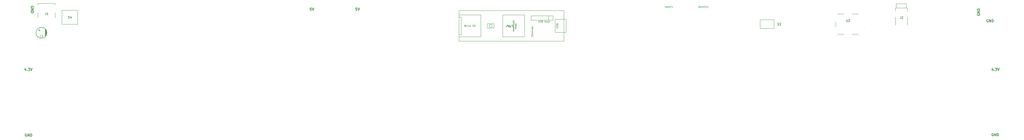
<source format=gbr>
%TF.GenerationSoftware,KiCad,Pcbnew,8.0.6*%
%TF.CreationDate,2025-09-01T21:23:37+02:00*%
%TF.ProjectId,JANKO_KICAD_5,4a414e4b-4f5f-44b4-9943-41445f352e6b,rev?*%
%TF.SameCoordinates,Original*%
%TF.FileFunction,Legend,Top*%
%TF.FilePolarity,Positive*%
%FSLAX46Y46*%
G04 Gerber Fmt 4.6, Leading zero omitted, Abs format (unit mm)*
G04 Created by KiCad (PCBNEW 8.0.6) date 2025-09-01 21:23:37*
%MOMM*%
%LPD*%
G01*
G04 APERTURE LIST*
%ADD10C,0.300000*%
%ADD11C,0.150000*%
%ADD12C,0.254000*%
%ADD13C,0.200000*%
%ADD14C,0.100000*%
%ADD15C,0.000000*%
%ADD16C,3.500000*%
%ADD17R,1.750000X1.750000*%
%ADD18C,1.750000*%
%ADD19C,1.600000*%
%ADD20R,1.600000X1.600000*%
%ADD21C,1.300000*%
%ADD22C,2.050000*%
%ADD23C,2.690000*%
%ADD24R,2.400000X1.300000*%
%ADD25R,4.000000X3.750000*%
%ADD26R,3.200000X2.500000*%
%ADD27C,2.120000*%
%ADD28R,2.800000X2.800000*%
%ADD29C,3.225000*%
%ADD30C,2.800000*%
%ADD31C,3.135000*%
%ADD32C,1.200000*%
%ADD33R,2.500000X2.500000*%
%ADD34C,2.500000*%
%ADD35R,1.635000X1.635000*%
%ADD36C,1.635000*%
%ADD37O,1.200000X2.000000*%
%ADD38O,1.200000X1.800000*%
G04 APERTURE END LIST*
D10*
X561840225Y90627742D02*
X561697368Y90699171D01*
X561697368Y90699171D02*
X561483082Y90699171D01*
X561483082Y90699171D02*
X561268796Y90627742D01*
X561268796Y90627742D02*
X561125939Y90484885D01*
X561125939Y90484885D02*
X561054510Y90342028D01*
X561054510Y90342028D02*
X560983082Y90056314D01*
X560983082Y90056314D02*
X560983082Y89842028D01*
X560983082Y89842028D02*
X561054510Y89556314D01*
X561054510Y89556314D02*
X561125939Y89413457D01*
X561125939Y89413457D02*
X561268796Y89270600D01*
X561268796Y89270600D02*
X561483082Y89199171D01*
X561483082Y89199171D02*
X561625939Y89199171D01*
X561625939Y89199171D02*
X561840225Y89270600D01*
X561840225Y89270600D02*
X561911653Y89342028D01*
X561911653Y89342028D02*
X561911653Y89842028D01*
X561911653Y89842028D02*
X561625939Y89842028D01*
X562554510Y89199171D02*
X562554510Y90699171D01*
X562554510Y90699171D02*
X563411653Y89199171D01*
X563411653Y89199171D02*
X563411653Y90699171D01*
X564125939Y89199171D02*
X564125939Y90699171D01*
X564125939Y90699171D02*
X564483082Y90699171D01*
X564483082Y90699171D02*
X564697368Y90627742D01*
X564697368Y90627742D02*
X564840225Y90484885D01*
X564840225Y90484885D02*
X564911654Y90342028D01*
X564911654Y90342028D02*
X564983082Y90056314D01*
X564983082Y90056314D02*
X564983082Y89842028D01*
X564983082Y89842028D02*
X564911654Y89556314D01*
X564911654Y89556314D02*
X564840225Y89413457D01*
X564840225Y89413457D02*
X564697368Y89270600D01*
X564697368Y89270600D02*
X564483082Y89199171D01*
X564483082Y89199171D02*
X564125939Y89199171D01*
X564840225Y24377742D02*
X564697368Y24449171D01*
X564697368Y24449171D02*
X564483082Y24449171D01*
X564483082Y24449171D02*
X564268796Y24377742D01*
X564268796Y24377742D02*
X564125939Y24234885D01*
X564125939Y24234885D02*
X564054510Y24092028D01*
X564054510Y24092028D02*
X563983082Y23806314D01*
X563983082Y23806314D02*
X563983082Y23592028D01*
X563983082Y23592028D02*
X564054510Y23306314D01*
X564054510Y23306314D02*
X564125939Y23163457D01*
X564125939Y23163457D02*
X564268796Y23020600D01*
X564268796Y23020600D02*
X564483082Y22949171D01*
X564483082Y22949171D02*
X564625939Y22949171D01*
X564625939Y22949171D02*
X564840225Y23020600D01*
X564840225Y23020600D02*
X564911653Y23092028D01*
X564911653Y23092028D02*
X564911653Y23592028D01*
X564911653Y23592028D02*
X564625939Y23592028D01*
X565554510Y22949171D02*
X565554510Y24449171D01*
X565554510Y24449171D02*
X566411653Y22949171D01*
X566411653Y22949171D02*
X566411653Y24449171D01*
X567125939Y22949171D02*
X567125939Y24449171D01*
X567125939Y24449171D02*
X567483082Y24449171D01*
X567483082Y24449171D02*
X567697368Y24377742D01*
X567697368Y24377742D02*
X567840225Y24234885D01*
X567840225Y24234885D02*
X567911654Y24092028D01*
X567911654Y24092028D02*
X567983082Y23806314D01*
X567983082Y23806314D02*
X567983082Y23592028D01*
X567983082Y23592028D02*
X567911654Y23306314D01*
X567911654Y23306314D02*
X567840225Y23163457D01*
X567840225Y23163457D02*
X567697368Y23020600D01*
X567697368Y23020600D02*
X567483082Y22949171D01*
X567483082Y22949171D02*
X567125939Y22949171D01*
X555622257Y93840225D02*
X555550828Y93697368D01*
X555550828Y93697368D02*
X555550828Y93483082D01*
X555550828Y93483082D02*
X555622257Y93268796D01*
X555622257Y93268796D02*
X555765114Y93125939D01*
X555765114Y93125939D02*
X555907971Y93054510D01*
X555907971Y93054510D02*
X556193685Y92983082D01*
X556193685Y92983082D02*
X556407971Y92983082D01*
X556407971Y92983082D02*
X556693685Y93054510D01*
X556693685Y93054510D02*
X556836542Y93125939D01*
X556836542Y93125939D02*
X556979400Y93268796D01*
X556979400Y93268796D02*
X557050828Y93483082D01*
X557050828Y93483082D02*
X557050828Y93625939D01*
X557050828Y93625939D02*
X556979400Y93840225D01*
X556979400Y93840225D02*
X556907971Y93911653D01*
X556907971Y93911653D02*
X556407971Y93911653D01*
X556407971Y93911653D02*
X556407971Y93625939D01*
X557050828Y94554510D02*
X555550828Y94554510D01*
X555550828Y94554510D02*
X557050828Y95411653D01*
X557050828Y95411653D02*
X555550828Y95411653D01*
X557050828Y96125939D02*
X555550828Y96125939D01*
X555550828Y96125939D02*
X555550828Y96483082D01*
X555550828Y96483082D02*
X555622257Y96697368D01*
X555622257Y96697368D02*
X555765114Y96840225D01*
X555765114Y96840225D02*
X555907971Y96911654D01*
X555907971Y96911654D02*
X556193685Y96983082D01*
X556193685Y96983082D02*
X556407971Y96983082D01*
X556407971Y96983082D02*
X556693685Y96911654D01*
X556693685Y96911654D02*
X556836542Y96840225D01*
X556836542Y96840225D02*
X556979400Y96697368D01*
X556979400Y96697368D02*
X557050828Y96483082D01*
X557050828Y96483082D02*
X557050828Y96125939D01*
X195268796Y97449171D02*
X194554510Y97449171D01*
X194554510Y97449171D02*
X194483082Y96734885D01*
X194483082Y96734885D02*
X194554510Y96806314D01*
X194554510Y96806314D02*
X194697368Y96877742D01*
X194697368Y96877742D02*
X195054510Y96877742D01*
X195054510Y96877742D02*
X195197368Y96806314D01*
X195197368Y96806314D02*
X195268796Y96734885D01*
X195268796Y96734885D02*
X195340225Y96592028D01*
X195340225Y96592028D02*
X195340225Y96234885D01*
X195340225Y96234885D02*
X195268796Y96092028D01*
X195268796Y96092028D02*
X195197368Y96020600D01*
X195197368Y96020600D02*
X195054510Y95949171D01*
X195054510Y95949171D02*
X194697368Y95949171D01*
X194697368Y95949171D02*
X194554510Y96020600D01*
X194554510Y96020600D02*
X194483082Y96092028D01*
X195768796Y97449171D02*
X196268796Y95949171D01*
X196268796Y95949171D02*
X196768796Y97449171D01*
X2947368Y61949171D02*
X2947368Y60949171D01*
X2590225Y62520600D02*
X2233082Y61449171D01*
X2233082Y61449171D02*
X3161653Y61449171D01*
X3733081Y61092028D02*
X3804510Y61020600D01*
X3804510Y61020600D02*
X3733081Y60949171D01*
X3733081Y60949171D02*
X3661653Y61020600D01*
X3661653Y61020600D02*
X3733081Y61092028D01*
X3733081Y61092028D02*
X3733081Y60949171D01*
X4304510Y62449171D02*
X5233082Y62449171D01*
X5233082Y62449171D02*
X4733082Y61877742D01*
X4733082Y61877742D02*
X4947367Y61877742D01*
X4947367Y61877742D02*
X5090225Y61806314D01*
X5090225Y61806314D02*
X5161653Y61734885D01*
X5161653Y61734885D02*
X5233082Y61592028D01*
X5233082Y61592028D02*
X5233082Y61234885D01*
X5233082Y61234885D02*
X5161653Y61092028D01*
X5161653Y61092028D02*
X5090225Y61020600D01*
X5090225Y61020600D02*
X4947367Y60949171D01*
X4947367Y60949171D02*
X4518796Y60949171D01*
X4518796Y60949171D02*
X4375939Y61020600D01*
X4375939Y61020600D02*
X4304510Y61092028D01*
X5661653Y62449171D02*
X6161653Y60949171D01*
X6161653Y60949171D02*
X6661653Y62449171D01*
X3340225Y24127742D02*
X3197368Y24199171D01*
X3197368Y24199171D02*
X2983082Y24199171D01*
X2983082Y24199171D02*
X2768796Y24127742D01*
X2768796Y24127742D02*
X2625939Y23984885D01*
X2625939Y23984885D02*
X2554510Y23842028D01*
X2554510Y23842028D02*
X2483082Y23556314D01*
X2483082Y23556314D02*
X2483082Y23342028D01*
X2483082Y23342028D02*
X2554510Y23056314D01*
X2554510Y23056314D02*
X2625939Y22913457D01*
X2625939Y22913457D02*
X2768796Y22770600D01*
X2768796Y22770600D02*
X2983082Y22699171D01*
X2983082Y22699171D02*
X3125939Y22699171D01*
X3125939Y22699171D02*
X3340225Y22770600D01*
X3340225Y22770600D02*
X3411653Y22842028D01*
X3411653Y22842028D02*
X3411653Y23342028D01*
X3411653Y23342028D02*
X3125939Y23342028D01*
X4054510Y22699171D02*
X4054510Y24199171D01*
X4054510Y24199171D02*
X4911653Y22699171D01*
X4911653Y22699171D02*
X4911653Y24199171D01*
X5625939Y22699171D02*
X5625939Y24199171D01*
X5625939Y24199171D02*
X5983082Y24199171D01*
X5983082Y24199171D02*
X6197368Y24127742D01*
X6197368Y24127742D02*
X6340225Y23984885D01*
X6340225Y23984885D02*
X6411654Y23842028D01*
X6411654Y23842028D02*
X6483082Y23556314D01*
X6483082Y23556314D02*
X6483082Y23342028D01*
X6483082Y23342028D02*
X6411654Y23056314D01*
X6411654Y23056314D02*
X6340225Y22913457D01*
X6340225Y22913457D02*
X6197368Y22770600D01*
X6197368Y22770600D02*
X5983082Y22699171D01*
X5983082Y22699171D02*
X5625939Y22699171D01*
D11*
X393690476Y97545180D02*
X393690476Y98545180D01*
X393690476Y98545180D02*
X393928571Y98545180D01*
X393928571Y98545180D02*
X394071428Y98497561D01*
X394071428Y98497561D02*
X394166666Y98402323D01*
X394166666Y98402323D02*
X394214285Y98307085D01*
X394214285Y98307085D02*
X394261904Y98116609D01*
X394261904Y98116609D02*
X394261904Y97973752D01*
X394261904Y97973752D02*
X394214285Y97783276D01*
X394214285Y97783276D02*
X394166666Y97688038D01*
X394166666Y97688038D02*
X394071428Y97592800D01*
X394071428Y97592800D02*
X393928571Y97545180D01*
X393928571Y97545180D02*
X393690476Y97545180D01*
X394690476Y98068990D02*
X395023809Y98068990D01*
X395166666Y97545180D02*
X394690476Y97545180D01*
X394690476Y97545180D02*
X394690476Y98545180D01*
X394690476Y98545180D02*
X395166666Y98545180D01*
X395452381Y98545180D02*
X395785714Y97545180D01*
X395785714Y97545180D02*
X396119047Y98545180D01*
X396452381Y97545180D02*
X396452381Y98545180D01*
X397499999Y97640419D02*
X397452380Y97592800D01*
X397452380Y97592800D02*
X397309523Y97545180D01*
X397309523Y97545180D02*
X397214285Y97545180D01*
X397214285Y97545180D02*
X397071428Y97592800D01*
X397071428Y97592800D02*
X396976190Y97688038D01*
X396976190Y97688038D02*
X396928571Y97783276D01*
X396928571Y97783276D02*
X396880952Y97973752D01*
X396880952Y97973752D02*
X396880952Y98116609D01*
X396880952Y98116609D02*
X396928571Y98307085D01*
X396928571Y98307085D02*
X396976190Y98402323D01*
X396976190Y98402323D02*
X397071428Y98497561D01*
X397071428Y98497561D02*
X397214285Y98545180D01*
X397214285Y98545180D02*
X397309523Y98545180D01*
X397309523Y98545180D02*
X397452380Y98497561D01*
X397452380Y98497561D02*
X397499999Y98449942D01*
X397928571Y98068990D02*
X398261904Y98068990D01*
X398404761Y97545180D02*
X397928571Y97545180D01*
X397928571Y97545180D02*
X397928571Y98545180D01*
X397928571Y98545180D02*
X398404761Y98545180D01*
X399357142Y97545180D02*
X398785714Y97545180D01*
X399071428Y97545180D02*
X399071428Y98545180D01*
X399071428Y98545180D02*
X398976190Y98402323D01*
X398976190Y98402323D02*
X398880952Y98307085D01*
X398880952Y98307085D02*
X398785714Y98259466D01*
X374357143Y97545180D02*
X374357143Y98545180D01*
X374357143Y98068990D02*
X374928571Y98068990D01*
X374928571Y97545180D02*
X374928571Y98545180D01*
X375595238Y98545180D02*
X375785714Y98545180D01*
X375785714Y98545180D02*
X375880952Y98497561D01*
X375880952Y98497561D02*
X375976190Y98402323D01*
X375976190Y98402323D02*
X376023809Y98211847D01*
X376023809Y98211847D02*
X376023809Y97878514D01*
X376023809Y97878514D02*
X375976190Y97688038D01*
X375976190Y97688038D02*
X375880952Y97592800D01*
X375880952Y97592800D02*
X375785714Y97545180D01*
X375785714Y97545180D02*
X375595238Y97545180D01*
X375595238Y97545180D02*
X375500000Y97592800D01*
X375500000Y97592800D02*
X375404762Y97688038D01*
X375404762Y97688038D02*
X375357143Y97878514D01*
X375357143Y97878514D02*
X375357143Y98211847D01*
X375357143Y98211847D02*
X375404762Y98402323D01*
X375404762Y98402323D02*
X375500000Y98497561D01*
X375500000Y98497561D02*
X375595238Y98545180D01*
X376404762Y97592800D02*
X376547619Y97545180D01*
X376547619Y97545180D02*
X376785714Y97545180D01*
X376785714Y97545180D02*
X376880952Y97592800D01*
X376880952Y97592800D02*
X376928571Y97640419D01*
X376928571Y97640419D02*
X376976190Y97735657D01*
X376976190Y97735657D02*
X376976190Y97830895D01*
X376976190Y97830895D02*
X376928571Y97926133D01*
X376928571Y97926133D02*
X376880952Y97973752D01*
X376880952Y97973752D02*
X376785714Y98021371D01*
X376785714Y98021371D02*
X376595238Y98068990D01*
X376595238Y98068990D02*
X376500000Y98116609D01*
X376500000Y98116609D02*
X376452381Y98164228D01*
X376452381Y98164228D02*
X376404762Y98259466D01*
X376404762Y98259466D02*
X376404762Y98354704D01*
X376404762Y98354704D02*
X376452381Y98449942D01*
X376452381Y98449942D02*
X376500000Y98497561D01*
X376500000Y98497561D02*
X376595238Y98545180D01*
X376595238Y98545180D02*
X376833333Y98545180D01*
X376833333Y98545180D02*
X376976190Y98497561D01*
X377261905Y98545180D02*
X377833333Y98545180D01*
X377547619Y97545180D02*
X377547619Y98545180D01*
X378690476Y97545180D02*
X378119048Y97545180D01*
X378404762Y97545180D02*
X378404762Y98545180D01*
X378404762Y98545180D02*
X378309524Y98402323D01*
X378309524Y98402323D02*
X378214286Y98307085D01*
X378214286Y98307085D02*
X378119048Y98259466D01*
D10*
X168768796Y97449171D02*
X168054510Y97449171D01*
X168054510Y97449171D02*
X167983082Y96734885D01*
X167983082Y96734885D02*
X168054510Y96806314D01*
X168054510Y96806314D02*
X168197368Y96877742D01*
X168197368Y96877742D02*
X168554510Y96877742D01*
X168554510Y96877742D02*
X168697368Y96806314D01*
X168697368Y96806314D02*
X168768796Y96734885D01*
X168768796Y96734885D02*
X168840225Y96592028D01*
X168840225Y96592028D02*
X168840225Y96234885D01*
X168840225Y96234885D02*
X168768796Y96092028D01*
X168768796Y96092028D02*
X168697368Y96020600D01*
X168697368Y96020600D02*
X168554510Y95949171D01*
X168554510Y95949171D02*
X168197368Y95949171D01*
X168197368Y95949171D02*
X168054510Y96020600D01*
X168054510Y96020600D02*
X167983082Y96092028D01*
X169268796Y97449171D02*
X169768796Y95949171D01*
X169768796Y95949171D02*
X170268796Y97449171D01*
X7377742Y97659774D02*
X7449171Y97802632D01*
X7449171Y97802632D02*
X7449171Y98016917D01*
X7449171Y98016917D02*
X7377742Y98231203D01*
X7377742Y98231203D02*
X7234885Y98374060D01*
X7234885Y98374060D02*
X7092028Y98445489D01*
X7092028Y98445489D02*
X6806314Y98516917D01*
X6806314Y98516917D02*
X6592028Y98516917D01*
X6592028Y98516917D02*
X6306314Y98445489D01*
X6306314Y98445489D02*
X6163457Y98374060D01*
X6163457Y98374060D02*
X6020600Y98231203D01*
X6020600Y98231203D02*
X5949171Y98016917D01*
X5949171Y98016917D02*
X5949171Y97874060D01*
X5949171Y97874060D02*
X6020600Y97659774D01*
X6020600Y97659774D02*
X6092028Y97588346D01*
X6092028Y97588346D02*
X6592028Y97588346D01*
X6592028Y97588346D02*
X6592028Y97874060D01*
X5949171Y96945489D02*
X7449171Y96945489D01*
X7449171Y96945489D02*
X5949171Y96088346D01*
X5949171Y96088346D02*
X7449171Y96088346D01*
X5949171Y95374060D02*
X7449171Y95374060D01*
X7449171Y95374060D02*
X7449171Y95016917D01*
X7449171Y95016917D02*
X7377742Y94802631D01*
X7377742Y94802631D02*
X7234885Y94659774D01*
X7234885Y94659774D02*
X7092028Y94588345D01*
X7092028Y94588345D02*
X6806314Y94516917D01*
X6806314Y94516917D02*
X6592028Y94516917D01*
X6592028Y94516917D02*
X6306314Y94588345D01*
X6306314Y94588345D02*
X6163457Y94659774D01*
X6163457Y94659774D02*
X6020600Y94802631D01*
X6020600Y94802631D02*
X5949171Y95016917D01*
X5949171Y95016917D02*
X5949171Y95374060D01*
X564697368Y61949171D02*
X564697368Y60949171D01*
X564340225Y62520600D02*
X563983082Y61449171D01*
X563983082Y61449171D02*
X564911653Y61449171D01*
X565483081Y61092028D02*
X565554510Y61020600D01*
X565554510Y61020600D02*
X565483081Y60949171D01*
X565483081Y60949171D02*
X565411653Y61020600D01*
X565411653Y61020600D02*
X565483081Y61092028D01*
X565483081Y61092028D02*
X565483081Y60949171D01*
X566054510Y62449171D02*
X566983082Y62449171D01*
X566983082Y62449171D02*
X566483082Y61877742D01*
X566483082Y61877742D02*
X566697367Y61877742D01*
X566697367Y61877742D02*
X566840225Y61806314D01*
X566840225Y61806314D02*
X566911653Y61734885D01*
X566911653Y61734885D02*
X566983082Y61592028D01*
X566983082Y61592028D02*
X566983082Y61234885D01*
X566983082Y61234885D02*
X566911653Y61092028D01*
X566911653Y61092028D02*
X566840225Y61020600D01*
X566840225Y61020600D02*
X566697367Y60949171D01*
X566697367Y60949171D02*
X566268796Y60949171D01*
X566268796Y60949171D02*
X566125939Y61020600D01*
X566125939Y61020600D02*
X566054510Y61092028D01*
X567411653Y62449171D02*
X567911653Y60949171D01*
X567911653Y60949171D02*
X568411653Y62449171D01*
D12*
X27532380Y91486158D02*
X27713809Y91425681D01*
X27713809Y91425681D02*
X28016190Y91425681D01*
X28016190Y91425681D02*
X28137142Y91486158D01*
X28137142Y91486158D02*
X28197618Y91546634D01*
X28197618Y91546634D02*
X28258095Y91667586D01*
X28258095Y91667586D02*
X28258095Y91788538D01*
X28258095Y91788538D02*
X28197618Y91909491D01*
X28197618Y91909491D02*
X28137142Y91969967D01*
X28137142Y91969967D02*
X28016190Y92030443D01*
X28016190Y92030443D02*
X27774285Y92090919D01*
X27774285Y92090919D02*
X27653333Y92151396D01*
X27653333Y92151396D02*
X27592856Y92211872D01*
X27592856Y92211872D02*
X27532380Y92332824D01*
X27532380Y92332824D02*
X27532380Y92453777D01*
X27532380Y92453777D02*
X27592856Y92574729D01*
X27592856Y92574729D02*
X27653333Y92635205D01*
X27653333Y92635205D02*
X27774285Y92695681D01*
X27774285Y92695681D02*
X28076666Y92695681D01*
X28076666Y92695681D02*
X28258095Y92635205D01*
X29346666Y92272348D02*
X29346666Y91425681D01*
X29044285Y92756158D02*
X28741904Y91849015D01*
X28741904Y91849015D02*
X29528095Y91849015D01*
D11*
X11833333Y80640419D02*
X11785714Y80592800D01*
X11785714Y80592800D02*
X11642857Y80545180D01*
X11642857Y80545180D02*
X11547619Y80545180D01*
X11547619Y80545180D02*
X11404762Y80592800D01*
X11404762Y80592800D02*
X11309524Y80688038D01*
X11309524Y80688038D02*
X11261905Y80783276D01*
X11261905Y80783276D02*
X11214286Y80973752D01*
X11214286Y80973752D02*
X11214286Y81116609D01*
X11214286Y81116609D02*
X11261905Y81307085D01*
X11261905Y81307085D02*
X11309524Y81402323D01*
X11309524Y81402323D02*
X11404762Y81497561D01*
X11404762Y81497561D02*
X11547619Y81545180D01*
X11547619Y81545180D02*
X11642857Y81545180D01*
X11642857Y81545180D02*
X11785714Y81497561D01*
X11785714Y81497561D02*
X11833333Y81449942D01*
X12166667Y81545180D02*
X12785714Y81545180D01*
X12785714Y81545180D02*
X12452381Y81164228D01*
X12452381Y81164228D02*
X12595238Y81164228D01*
X12595238Y81164228D02*
X12690476Y81116609D01*
X12690476Y81116609D02*
X12738095Y81068990D01*
X12738095Y81068990D02*
X12785714Y80973752D01*
X12785714Y80973752D02*
X12785714Y80735657D01*
X12785714Y80735657D02*
X12738095Y80640419D01*
X12738095Y80640419D02*
X12690476Y80592800D01*
X12690476Y80592800D02*
X12595238Y80545180D01*
X12595238Y80545180D02*
X12309524Y80545180D01*
X12309524Y80545180D02*
X12214286Y80592800D01*
X12214286Y80592800D02*
X12166667Y80640419D01*
X284238095Y87545180D02*
X284238095Y86735657D01*
X284238095Y86735657D02*
X284285714Y86640419D01*
X284285714Y86640419D02*
X284333333Y86592800D01*
X284333333Y86592800D02*
X284428571Y86545180D01*
X284428571Y86545180D02*
X284619047Y86545180D01*
X284619047Y86545180D02*
X284714285Y86592800D01*
X284714285Y86592800D02*
X284761904Y86640419D01*
X284761904Y86640419D02*
X284809523Y86735657D01*
X284809523Y86735657D02*
X284809523Y87545180D01*
X285190476Y87545180D02*
X285809523Y87545180D01*
X285809523Y87545180D02*
X285476190Y87164228D01*
X285476190Y87164228D02*
X285619047Y87164228D01*
X285619047Y87164228D02*
X285714285Y87116609D01*
X285714285Y87116609D02*
X285761904Y87068990D01*
X285761904Y87068990D02*
X285809523Y86973752D01*
X285809523Y86973752D02*
X285809523Y86735657D01*
X285809523Y86735657D02*
X285761904Y86640419D01*
X285761904Y86640419D02*
X285714285Y86592800D01*
X285714285Y86592800D02*
X285619047Y86545180D01*
X285619047Y86545180D02*
X285333333Y86545180D01*
X285333333Y86545180D02*
X285238095Y86592800D01*
X285238095Y86592800D02*
X285190476Y86640419D01*
X311124819Y85738095D02*
X311934342Y85738095D01*
X311934342Y85738095D02*
X312029580Y85785714D01*
X312029580Y85785714D02*
X312077200Y85833333D01*
X312077200Y85833333D02*
X312124819Y85928571D01*
X312124819Y85928571D02*
X312124819Y86119047D01*
X312124819Y86119047D02*
X312077200Y86214285D01*
X312077200Y86214285D02*
X312029580Y86261904D01*
X312029580Y86261904D02*
X311934342Y86309523D01*
X311934342Y86309523D02*
X311124819Y86309523D01*
X312077200Y86738095D02*
X312124819Y86880952D01*
X312124819Y86880952D02*
X312124819Y87119047D01*
X312124819Y87119047D02*
X312077200Y87214285D01*
X312077200Y87214285D02*
X312029580Y87261904D01*
X312029580Y87261904D02*
X311934342Y87309523D01*
X311934342Y87309523D02*
X311839104Y87309523D01*
X311839104Y87309523D02*
X311743866Y87261904D01*
X311743866Y87261904D02*
X311696247Y87214285D01*
X311696247Y87214285D02*
X311648628Y87119047D01*
X311648628Y87119047D02*
X311601009Y86928571D01*
X311601009Y86928571D02*
X311553390Y86833333D01*
X311553390Y86833333D02*
X311505771Y86785714D01*
X311505771Y86785714D02*
X311410533Y86738095D01*
X311410533Y86738095D02*
X311315295Y86738095D01*
X311315295Y86738095D02*
X311220057Y86785714D01*
X311220057Y86785714D02*
X311172438Y86833333D01*
X311172438Y86833333D02*
X311124819Y86928571D01*
X311124819Y86928571D02*
X311124819Y87166666D01*
X311124819Y87166666D02*
X311172438Y87309523D01*
X311601009Y88071428D02*
X311648628Y88214285D01*
X311648628Y88214285D02*
X311696247Y88261904D01*
X311696247Y88261904D02*
X311791485Y88309523D01*
X311791485Y88309523D02*
X311934342Y88309523D01*
X311934342Y88309523D02*
X312029580Y88261904D01*
X312029580Y88261904D02*
X312077200Y88214285D01*
X312077200Y88214285D02*
X312124819Y88119047D01*
X312124819Y88119047D02*
X312124819Y87738095D01*
X312124819Y87738095D02*
X311124819Y87738095D01*
X311124819Y87738095D02*
X311124819Y88071428D01*
X311124819Y88071428D02*
X311172438Y88166666D01*
X311172438Y88166666D02*
X311220057Y88214285D01*
X311220057Y88214285D02*
X311315295Y88261904D01*
X311315295Y88261904D02*
X311410533Y88261904D01*
X311410533Y88261904D02*
X311505771Y88214285D01*
X311505771Y88214285D02*
X311553390Y88166666D01*
X311553390Y88166666D02*
X311601009Y88071428D01*
X311601009Y88071428D02*
X311601009Y87738095D01*
X257750952Y86545180D02*
X257750952Y87545180D01*
X257750952Y87545180D02*
X258084285Y86830895D01*
X258084285Y86830895D02*
X258417618Y87545180D01*
X258417618Y87545180D02*
X258417618Y86545180D01*
X258893809Y86545180D02*
X258893809Y87211847D01*
X258893809Y87545180D02*
X258846190Y87497561D01*
X258846190Y87497561D02*
X258893809Y87449942D01*
X258893809Y87449942D02*
X258941428Y87497561D01*
X258941428Y87497561D02*
X258893809Y87545180D01*
X258893809Y87545180D02*
X258893809Y87449942D01*
X259798570Y86592800D02*
X259703332Y86545180D01*
X259703332Y86545180D02*
X259512856Y86545180D01*
X259512856Y86545180D02*
X259417618Y86592800D01*
X259417618Y86592800D02*
X259369999Y86640419D01*
X259369999Y86640419D02*
X259322380Y86735657D01*
X259322380Y86735657D02*
X259322380Y87021371D01*
X259322380Y87021371D02*
X259369999Y87116609D01*
X259369999Y87116609D02*
X259417618Y87164228D01*
X259417618Y87164228D02*
X259512856Y87211847D01*
X259512856Y87211847D02*
X259703332Y87211847D01*
X259703332Y87211847D02*
X259798570Y87164228D01*
X260227142Y86545180D02*
X260227142Y87211847D01*
X260227142Y87021371D02*
X260274761Y87116609D01*
X260274761Y87116609D02*
X260322380Y87164228D01*
X260322380Y87164228D02*
X260417618Y87211847D01*
X260417618Y87211847D02*
X260512856Y87211847D01*
X260989047Y86545180D02*
X260893809Y86592800D01*
X260893809Y86592800D02*
X260846190Y86640419D01*
X260846190Y86640419D02*
X260798571Y86735657D01*
X260798571Y86735657D02*
X260798571Y87021371D01*
X260798571Y87021371D02*
X260846190Y87116609D01*
X260846190Y87116609D02*
X260893809Y87164228D01*
X260893809Y87164228D02*
X260989047Y87211847D01*
X260989047Y87211847D02*
X261131904Y87211847D01*
X261131904Y87211847D02*
X261227142Y87164228D01*
X261227142Y87164228D02*
X261274761Y87116609D01*
X261274761Y87116609D02*
X261322380Y87021371D01*
X261322380Y87021371D02*
X261322380Y86735657D01*
X261322380Y86735657D02*
X261274761Y86640419D01*
X261274761Y86640419D02*
X261227142Y86592800D01*
X261227142Y86592800D02*
X261131904Y86545180D01*
X261131904Y86545180D02*
X260989047Y86545180D01*
X262465238Y86592800D02*
X262608095Y86545180D01*
X262608095Y86545180D02*
X262846190Y86545180D01*
X262846190Y86545180D02*
X262941428Y86592800D01*
X262941428Y86592800D02*
X262989047Y86640419D01*
X262989047Y86640419D02*
X263036666Y86735657D01*
X263036666Y86735657D02*
X263036666Y86830895D01*
X263036666Y86830895D02*
X262989047Y86926133D01*
X262989047Y86926133D02*
X262941428Y86973752D01*
X262941428Y86973752D02*
X262846190Y87021371D01*
X262846190Y87021371D02*
X262655714Y87068990D01*
X262655714Y87068990D02*
X262560476Y87116609D01*
X262560476Y87116609D02*
X262512857Y87164228D01*
X262512857Y87164228D02*
X262465238Y87259466D01*
X262465238Y87259466D02*
X262465238Y87354704D01*
X262465238Y87354704D02*
X262512857Y87449942D01*
X262512857Y87449942D02*
X262560476Y87497561D01*
X262560476Y87497561D02*
X262655714Y87545180D01*
X262655714Y87545180D02*
X262893809Y87545180D01*
X262893809Y87545180D02*
X263036666Y87497561D01*
X263465238Y86545180D02*
X263465238Y87545180D01*
X263465238Y87545180D02*
X263703333Y87545180D01*
X263703333Y87545180D02*
X263846190Y87497561D01*
X263846190Y87497561D02*
X263941428Y87402323D01*
X263941428Y87402323D02*
X263989047Y87307085D01*
X263989047Y87307085D02*
X264036666Y87116609D01*
X264036666Y87116609D02*
X264036666Y86973752D01*
X264036666Y86973752D02*
X263989047Y86783276D01*
X263989047Y86783276D02*
X263941428Y86688038D01*
X263941428Y86688038D02*
X263846190Y86592800D01*
X263846190Y86592800D02*
X263703333Y86545180D01*
X263703333Y86545180D02*
X263465238Y86545180D01*
X287856033Y85436666D02*
X287156033Y85436666D01*
X287156033Y85436666D02*
X287156033Y85603333D01*
X287156033Y85603333D02*
X287189366Y85703333D01*
X287189366Y85703333D02*
X287256033Y85770000D01*
X287256033Y85770000D02*
X287322700Y85803333D01*
X287322700Y85803333D02*
X287456033Y85836666D01*
X287456033Y85836666D02*
X287556033Y85836666D01*
X287556033Y85836666D02*
X287689366Y85803333D01*
X287689366Y85803333D02*
X287756033Y85770000D01*
X287756033Y85770000D02*
X287822700Y85703333D01*
X287822700Y85703333D02*
X287856033Y85603333D01*
X287856033Y85603333D02*
X287856033Y85436666D01*
X287156033Y86036666D02*
X287856033Y86270000D01*
X287856033Y86270000D02*
X287156033Y86503333D01*
X287156033Y86936666D02*
X287656033Y86936666D01*
X287656033Y86936666D02*
X287756033Y86903333D01*
X287756033Y86903333D02*
X287822700Y86836666D01*
X287822700Y86836666D02*
X287856033Y86736666D01*
X287856033Y86736666D02*
X287856033Y86670000D01*
X287156033Y87569999D02*
X287156033Y87436666D01*
X287156033Y87436666D02*
X287189366Y87369999D01*
X287189366Y87369999D02*
X287222700Y87336666D01*
X287222700Y87336666D02*
X287322700Y87269999D01*
X287322700Y87269999D02*
X287456033Y87236666D01*
X287456033Y87236666D02*
X287722700Y87236666D01*
X287722700Y87236666D02*
X287789366Y87269999D01*
X287789366Y87269999D02*
X287822700Y87303333D01*
X287822700Y87303333D02*
X287856033Y87369999D01*
X287856033Y87369999D02*
X287856033Y87503333D01*
X287856033Y87503333D02*
X287822700Y87569999D01*
X287822700Y87569999D02*
X287789366Y87603333D01*
X287789366Y87603333D02*
X287722700Y87636666D01*
X287722700Y87636666D02*
X287556033Y87636666D01*
X287556033Y87636666D02*
X287489366Y87603333D01*
X287489366Y87603333D02*
X287456033Y87569999D01*
X287456033Y87569999D02*
X287422700Y87503333D01*
X287422700Y87503333D02*
X287422700Y87369999D01*
X287422700Y87369999D02*
X287456033Y87303333D01*
X287456033Y87303333D02*
X287489366Y87269999D01*
X287489366Y87269999D02*
X287556033Y87236666D01*
X287656033Y87903333D02*
X287656033Y88236666D01*
X287856033Y87836666D02*
X287156033Y88070000D01*
X287156033Y88070000D02*
X287856033Y88303333D01*
X296996009Y80866256D02*
X296996009Y81199589D01*
X297519819Y81342446D02*
X297519819Y80866256D01*
X297519819Y80866256D02*
X296519819Y80866256D01*
X296519819Y80866256D02*
X296519819Y81342446D01*
X296853152Y81628161D02*
X296853152Y82009113D01*
X296519819Y81771018D02*
X297376961Y81771018D01*
X297376961Y81771018D02*
X297472200Y81818637D01*
X297472200Y81818637D02*
X297519819Y81913875D01*
X297519819Y81913875D02*
X297519819Y82009113D01*
X297519819Y82342447D02*
X296519819Y82342447D01*
X297519819Y82771018D02*
X296996009Y82771018D01*
X296996009Y82771018D02*
X296900771Y82723399D01*
X296900771Y82723399D02*
X296853152Y82628161D01*
X296853152Y82628161D02*
X296853152Y82485304D01*
X296853152Y82485304D02*
X296900771Y82390066D01*
X296900771Y82390066D02*
X296948390Y82342447D01*
X297472200Y83628161D02*
X297519819Y83532923D01*
X297519819Y83532923D02*
X297519819Y83342447D01*
X297519819Y83342447D02*
X297472200Y83247209D01*
X297472200Y83247209D02*
X297376961Y83199590D01*
X297376961Y83199590D02*
X296996009Y83199590D01*
X296996009Y83199590D02*
X296900771Y83247209D01*
X296900771Y83247209D02*
X296853152Y83342447D01*
X296853152Y83342447D02*
X296853152Y83532923D01*
X296853152Y83532923D02*
X296900771Y83628161D01*
X296900771Y83628161D02*
X296996009Y83675780D01*
X296996009Y83675780D02*
X297091247Y83675780D01*
X297091247Y83675780D02*
X297186485Y83199590D01*
X297519819Y84104352D02*
X296853152Y84104352D01*
X297043628Y84104352D02*
X296948390Y84151971D01*
X296948390Y84151971D02*
X296900771Y84199590D01*
X296900771Y84199590D02*
X296853152Y84294828D01*
X296853152Y84294828D02*
X296853152Y84390066D01*
X296853152Y84723400D02*
X297519819Y84723400D01*
X296948390Y84723400D02*
X296900771Y84771019D01*
X296900771Y84771019D02*
X296853152Y84866257D01*
X296853152Y84866257D02*
X296853152Y85009114D01*
X296853152Y85009114D02*
X296900771Y85104352D01*
X296900771Y85104352D02*
X296996009Y85151971D01*
X296996009Y85151971D02*
X297519819Y85151971D01*
X297472200Y86009114D02*
X297519819Y85913876D01*
X297519819Y85913876D02*
X297519819Y85723400D01*
X297519819Y85723400D02*
X297472200Y85628162D01*
X297472200Y85628162D02*
X297376961Y85580543D01*
X297376961Y85580543D02*
X296996009Y85580543D01*
X296996009Y85580543D02*
X296900771Y85628162D01*
X296900771Y85628162D02*
X296853152Y85723400D01*
X296853152Y85723400D02*
X296853152Y85913876D01*
X296853152Y85913876D02*
X296900771Y86009114D01*
X296900771Y86009114D02*
X296996009Y86056733D01*
X296996009Y86056733D02*
X297091247Y86056733D01*
X297091247Y86056733D02*
X297186485Y85580543D01*
X296853152Y86342448D02*
X296853152Y86723400D01*
X296519819Y86485305D02*
X297376961Y86485305D01*
X297376961Y86485305D02*
X297472200Y86532924D01*
X297472200Y86532924D02*
X297519819Y86628162D01*
X297519819Y86628162D02*
X297519819Y86723400D01*
X286586033Y83916666D02*
X285886033Y83916666D01*
X285886033Y83916666D02*
X286386033Y84150000D01*
X286386033Y84150000D02*
X285886033Y84383333D01*
X285886033Y84383333D02*
X286586033Y84383333D01*
X286586033Y84716666D02*
X285886033Y84716666D01*
X286586033Y85049999D02*
X285886033Y85049999D01*
X285886033Y85049999D02*
X286386033Y85283333D01*
X286386033Y85283333D02*
X285886033Y85516666D01*
X285886033Y85516666D02*
X286586033Y85516666D01*
X285886033Y85783333D02*
X286586033Y86249999D01*
X285886033Y86249999D02*
X286586033Y85783333D01*
X286586033Y86916666D02*
X286252700Y86683333D01*
X286586033Y86516666D02*
X285886033Y86516666D01*
X285886033Y86516666D02*
X285886033Y86783333D01*
X285886033Y86783333D02*
X285919366Y86850000D01*
X285919366Y86850000D02*
X285952700Y86883333D01*
X285952700Y86883333D02*
X286019366Y86916666D01*
X286019366Y86916666D02*
X286119366Y86916666D01*
X286119366Y86916666D02*
X286186033Y86883333D01*
X286186033Y86883333D02*
X286219366Y86850000D01*
X286219366Y86850000D02*
X286252700Y86783333D01*
X286252700Y86783333D02*
X286252700Y86516666D01*
X285886033Y87116666D02*
X285886033Y87516666D01*
X286586033Y87316666D02*
X285886033Y87316666D01*
X286586033Y88116666D02*
X286586033Y87716666D01*
X286586033Y87916666D02*
X285886033Y87916666D01*
X285886033Y87916666D02*
X285986033Y87849999D01*
X285986033Y87849999D02*
X286052700Y87783333D01*
X286052700Y87783333D02*
X286086033Y87716666D01*
X285886033Y88550000D02*
X285886033Y88616666D01*
X285886033Y88616666D02*
X285919366Y88683333D01*
X285919366Y88683333D02*
X285952700Y88716666D01*
X285952700Y88716666D02*
X286019366Y88750000D01*
X286019366Y88750000D02*
X286152700Y88783333D01*
X286152700Y88783333D02*
X286319366Y88783333D01*
X286319366Y88783333D02*
X286452700Y88750000D01*
X286452700Y88750000D02*
X286519366Y88716666D01*
X286519366Y88716666D02*
X286552700Y88683333D01*
X286552700Y88683333D02*
X286586033Y88616666D01*
X286586033Y88616666D02*
X286586033Y88550000D01*
X286586033Y88550000D02*
X286552700Y88483333D01*
X286552700Y88483333D02*
X286519366Y88450000D01*
X286519366Y88450000D02*
X286452700Y88416666D01*
X286452700Y88416666D02*
X286319366Y88383333D01*
X286319366Y88383333D02*
X286152700Y88383333D01*
X286152700Y88383333D02*
X286019366Y88416666D01*
X286019366Y88416666D02*
X285952700Y88450000D01*
X285952700Y88450000D02*
X285919366Y88483333D01*
X285919366Y88483333D02*
X285886033Y88550000D01*
X285886033Y89383333D02*
X285886033Y89250000D01*
X285886033Y89250000D02*
X285919366Y89183333D01*
X285919366Y89183333D02*
X285952700Y89150000D01*
X285952700Y89150000D02*
X286052700Y89083333D01*
X286052700Y89083333D02*
X286186033Y89050000D01*
X286186033Y89050000D02*
X286452700Y89050000D01*
X286452700Y89050000D02*
X286519366Y89083333D01*
X286519366Y89083333D02*
X286552700Y89116667D01*
X286552700Y89116667D02*
X286586033Y89183333D01*
X286586033Y89183333D02*
X286586033Y89316667D01*
X286586033Y89316667D02*
X286552700Y89383333D01*
X286552700Y89383333D02*
X286519366Y89416667D01*
X286519366Y89416667D02*
X286452700Y89450000D01*
X286452700Y89450000D02*
X286286033Y89450000D01*
X286286033Y89450000D02*
X286219366Y89416667D01*
X286219366Y89416667D02*
X286186033Y89383333D01*
X286186033Y89383333D02*
X286152700Y89316667D01*
X286152700Y89316667D02*
X286152700Y89183333D01*
X286152700Y89183333D02*
X286186033Y89116667D01*
X286186033Y89116667D02*
X286219366Y89083333D01*
X286219366Y89083333D02*
X286286033Y89050000D01*
X285952700Y89716667D02*
X285919366Y89750000D01*
X285919366Y89750000D02*
X285886033Y89816667D01*
X285886033Y89816667D02*
X285886033Y89983334D01*
X285886033Y89983334D02*
X285919366Y90050000D01*
X285919366Y90050000D02*
X285952700Y90083334D01*
X285952700Y90083334D02*
X286019366Y90116667D01*
X286019366Y90116667D02*
X286086033Y90116667D01*
X286086033Y90116667D02*
X286186033Y90083334D01*
X286186033Y90083334D02*
X286586033Y89683334D01*
X286586033Y89683334D02*
X286586033Y90116667D01*
X300575476Y90034380D02*
X300575476Y89224857D01*
X300575476Y89224857D02*
X300623095Y89129619D01*
X300623095Y89129619D02*
X300670714Y89082000D01*
X300670714Y89082000D02*
X300765952Y89034380D01*
X300765952Y89034380D02*
X300956428Y89034380D01*
X300956428Y89034380D02*
X301051666Y89082000D01*
X301051666Y89082000D02*
X301099285Y89129619D01*
X301099285Y89129619D02*
X301146904Y89224857D01*
X301146904Y89224857D02*
X301146904Y90034380D01*
X301575476Y89082000D02*
X301718333Y89034380D01*
X301718333Y89034380D02*
X301956428Y89034380D01*
X301956428Y89034380D02*
X302051666Y89082000D01*
X302051666Y89082000D02*
X302099285Y89129619D01*
X302099285Y89129619D02*
X302146904Y89224857D01*
X302146904Y89224857D02*
X302146904Y89320095D01*
X302146904Y89320095D02*
X302099285Y89415333D01*
X302099285Y89415333D02*
X302051666Y89462952D01*
X302051666Y89462952D02*
X301956428Y89510571D01*
X301956428Y89510571D02*
X301765952Y89558190D01*
X301765952Y89558190D02*
X301670714Y89605809D01*
X301670714Y89605809D02*
X301623095Y89653428D01*
X301623095Y89653428D02*
X301575476Y89748666D01*
X301575476Y89748666D02*
X301575476Y89843904D01*
X301575476Y89843904D02*
X301623095Y89939142D01*
X301623095Y89939142D02*
X301670714Y89986761D01*
X301670714Y89986761D02*
X301765952Y90034380D01*
X301765952Y90034380D02*
X302004047Y90034380D01*
X302004047Y90034380D02*
X302146904Y89986761D01*
X302908809Y89558190D02*
X303051666Y89510571D01*
X303051666Y89510571D02*
X303099285Y89462952D01*
X303099285Y89462952D02*
X303146904Y89367714D01*
X303146904Y89367714D02*
X303146904Y89224857D01*
X303146904Y89224857D02*
X303099285Y89129619D01*
X303099285Y89129619D02*
X303051666Y89082000D01*
X303051666Y89082000D02*
X302956428Y89034380D01*
X302956428Y89034380D02*
X302575476Y89034380D01*
X302575476Y89034380D02*
X302575476Y90034380D01*
X302575476Y90034380D02*
X302908809Y90034380D01*
X302908809Y90034380D02*
X303004047Y89986761D01*
X303004047Y89986761D02*
X303051666Y89939142D01*
X303051666Y89939142D02*
X303099285Y89843904D01*
X303099285Y89843904D02*
X303099285Y89748666D01*
X303099285Y89748666D02*
X303051666Y89653428D01*
X303051666Y89653428D02*
X303004047Y89605809D01*
X303004047Y89605809D02*
X302908809Y89558190D01*
X302908809Y89558190D02*
X302575476Y89558190D01*
X304337381Y89034380D02*
X304337381Y90034380D01*
X304337381Y89558190D02*
X304908809Y89558190D01*
X304908809Y89034380D02*
X304908809Y90034380D01*
X305527857Y89034380D02*
X305432619Y89082000D01*
X305432619Y89082000D02*
X305385000Y89129619D01*
X305385000Y89129619D02*
X305337381Y89224857D01*
X305337381Y89224857D02*
X305337381Y89510571D01*
X305337381Y89510571D02*
X305385000Y89605809D01*
X305385000Y89605809D02*
X305432619Y89653428D01*
X305432619Y89653428D02*
X305527857Y89701047D01*
X305527857Y89701047D02*
X305670714Y89701047D01*
X305670714Y89701047D02*
X305765952Y89653428D01*
X305765952Y89653428D02*
X305813571Y89605809D01*
X305813571Y89605809D02*
X305861190Y89510571D01*
X305861190Y89510571D02*
X305861190Y89224857D01*
X305861190Y89224857D02*
X305813571Y89129619D01*
X305813571Y89129619D02*
X305765952Y89082000D01*
X305765952Y89082000D02*
X305670714Y89034380D01*
X305670714Y89034380D02*
X305527857Y89034380D01*
X306242143Y89082000D02*
X306337381Y89034380D01*
X306337381Y89034380D02*
X306527857Y89034380D01*
X306527857Y89034380D02*
X306623095Y89082000D01*
X306623095Y89082000D02*
X306670714Y89177238D01*
X306670714Y89177238D02*
X306670714Y89224857D01*
X306670714Y89224857D02*
X306623095Y89320095D01*
X306623095Y89320095D02*
X306527857Y89367714D01*
X306527857Y89367714D02*
X306385000Y89367714D01*
X306385000Y89367714D02*
X306289762Y89415333D01*
X306289762Y89415333D02*
X306242143Y89510571D01*
X306242143Y89510571D02*
X306242143Y89558190D01*
X306242143Y89558190D02*
X306289762Y89653428D01*
X306289762Y89653428D02*
X306385000Y89701047D01*
X306385000Y89701047D02*
X306527857Y89701047D01*
X306527857Y89701047D02*
X306623095Y89653428D01*
X306956429Y89701047D02*
X307337381Y89701047D01*
X307099286Y90034380D02*
X307099286Y89177238D01*
X307099286Y89177238D02*
X307146905Y89082000D01*
X307146905Y89082000D02*
X307242143Y89034380D01*
X307242143Y89034380D02*
X307337381Y89034380D01*
D12*
X479532380Y90695681D02*
X479532380Y89667586D01*
X479532380Y89667586D02*
X479592857Y89546634D01*
X479592857Y89546634D02*
X479653333Y89486158D01*
X479653333Y89486158D02*
X479774285Y89425681D01*
X479774285Y89425681D02*
X480016190Y89425681D01*
X480016190Y89425681D02*
X480137142Y89486158D01*
X480137142Y89486158D02*
X480197619Y89546634D01*
X480197619Y89546634D02*
X480258095Y89667586D01*
X480258095Y89667586D02*
X480258095Y90695681D01*
X480802380Y90574729D02*
X480862856Y90635205D01*
X480862856Y90635205D02*
X480983809Y90695681D01*
X480983809Y90695681D02*
X481286190Y90695681D01*
X481286190Y90695681D02*
X481407142Y90635205D01*
X481407142Y90635205D02*
X481467618Y90574729D01*
X481467618Y90574729D02*
X481528095Y90453777D01*
X481528095Y90453777D02*
X481528095Y90332824D01*
X481528095Y90332824D02*
X481467618Y90151396D01*
X481467618Y90151396D02*
X480741904Y89425681D01*
X480741904Y89425681D02*
X481528095Y89425681D01*
X14568667Y94739681D02*
X14568667Y93832538D01*
X14568667Y93832538D02*
X14508190Y93651110D01*
X14508190Y93651110D02*
X14387238Y93530158D01*
X14387238Y93530158D02*
X14205809Y93469681D01*
X14205809Y93469681D02*
X14084857Y93469681D01*
X15838667Y93469681D02*
X15112952Y93469681D01*
X15475809Y93469681D02*
X15475809Y94739681D01*
X15475809Y94739681D02*
X15354857Y94558253D01*
X15354857Y94558253D02*
X15233905Y94437300D01*
X15233905Y94437300D02*
X15112952Y94376824D01*
X511076667Y92510681D02*
X511076667Y91603538D01*
X511076667Y91603538D02*
X511016190Y91422110D01*
X511016190Y91422110D02*
X510895238Y91301158D01*
X510895238Y91301158D02*
X510713809Y91240681D01*
X510713809Y91240681D02*
X510592857Y91240681D01*
X511620952Y92389729D02*
X511681428Y92450205D01*
X511681428Y92450205D02*
X511802381Y92510681D01*
X511802381Y92510681D02*
X512104762Y92510681D01*
X512104762Y92510681D02*
X512225714Y92450205D01*
X512225714Y92450205D02*
X512286190Y92389729D01*
X512286190Y92389729D02*
X512346667Y92268777D01*
X512346667Y92268777D02*
X512346667Y92147824D01*
X512346667Y92147824D02*
X512286190Y91966396D01*
X512286190Y91966396D02*
X511560476Y91240681D01*
X511560476Y91240681D02*
X512346667Y91240681D01*
X439532380Y87486158D02*
X439713809Y87425681D01*
X439713809Y87425681D02*
X440016190Y87425681D01*
X440016190Y87425681D02*
X440137142Y87486158D01*
X440137142Y87486158D02*
X440197618Y87546634D01*
X440197618Y87546634D02*
X440258095Y87667586D01*
X440258095Y87667586D02*
X440258095Y87788538D01*
X440258095Y87788538D02*
X440197618Y87909491D01*
X440197618Y87909491D02*
X440137142Y87969967D01*
X440137142Y87969967D02*
X440016190Y88030443D01*
X440016190Y88030443D02*
X439774285Y88090919D01*
X439774285Y88090919D02*
X439653333Y88151396D01*
X439653333Y88151396D02*
X439592856Y88211872D01*
X439592856Y88211872D02*
X439532380Y88332824D01*
X439532380Y88332824D02*
X439532380Y88453777D01*
X439532380Y88453777D02*
X439592856Y88574729D01*
X439592856Y88574729D02*
X439653333Y88635205D01*
X439653333Y88635205D02*
X439774285Y88695681D01*
X439774285Y88695681D02*
X440076666Y88695681D01*
X440076666Y88695681D02*
X440258095Y88635205D01*
X441467619Y87425681D02*
X440741904Y87425681D01*
X441104761Y87425681D02*
X441104761Y88695681D01*
X441104761Y88695681D02*
X440983809Y88514253D01*
X440983809Y88514253D02*
X440862857Y88393300D01*
X440862857Y88393300D02*
X440741904Y88332824D01*
D13*
%TO.C,S4*%
X23930000Y96065000D02*
X33070000Y96065000D01*
X23930000Y87935000D02*
X23930000Y96065000D01*
D14*
X30530000Y96640000D02*
X30530000Y96640000D01*
X30530000Y96540000D02*
X30530000Y96540000D01*
D13*
X33070000Y96065000D02*
X33070000Y87935000D01*
X33070000Y87935000D02*
X23930000Y87935000D01*
D14*
X30530000Y96640000D02*
G75*
G02*
X30530000Y96540000I0J-50000D01*
G01*
X30530000Y96540000D02*
G75*
G02*
X30530000Y96640000I0J50000D01*
G01*
D12*
%TO.C,C3*%
X10222000Y84524000D02*
X11238000Y84524000D01*
X10729999Y85032000D02*
X10730000Y84016000D01*
X15149500Y83000000D02*
G75*
G02*
X8850500Y83000000I-3149500J0D01*
G01*
X8850500Y83000000D02*
G75*
G02*
X15149500Y83000000I3149500J0D01*
G01*
D15*
G36*
X14159000Y85286001D02*
G01*
X14159000Y85286001D01*
G75*
G02*
X14159000Y80713999I-2063500J-2286001D01*
G01*
X14159000Y85286001D01*
G37*
D11*
%TO.C,U3*%
X254520000Y95890000D02*
X315480000Y95890000D01*
X254520000Y81920000D02*
X255790000Y81920000D01*
X254520000Y80650000D02*
X267220000Y80650000D01*
X254520000Y78110000D02*
X254520000Y95890000D01*
X255790000Y92080000D02*
X254520000Y92080000D01*
X255790000Y81920000D02*
X255790000Y92080000D01*
X267220000Y93350000D02*
X254520000Y93350000D01*
X267220000Y80650000D02*
X267220000Y93350000D01*
X271030000Y88270000D02*
X274840000Y88270000D01*
X271030000Y85730000D02*
X271030000Y88270000D01*
X274840000Y88270000D02*
X274840000Y85730000D01*
X274840000Y85730000D02*
X271030000Y85730000D01*
X279920000Y93350000D02*
X279920000Y80650000D01*
X279920000Y80650000D02*
X292620000Y80650000D01*
X292620000Y93350000D02*
X279920000Y93350000D01*
X292620000Y80650000D02*
X292620000Y93350000D01*
X296480800Y92839200D02*
X309180800Y92839200D01*
X296480800Y90299200D02*
X296480800Y92839200D01*
X306640800Y90299200D02*
X306640800Y92839200D01*
X309180800Y92839200D02*
X309180800Y90299200D01*
X309180800Y90299200D02*
X296480800Y90299200D01*
X309180800Y90299200D02*
X306640800Y90299200D01*
X310400000Y90810000D02*
X310400000Y83190000D01*
X310400000Y90810000D02*
X315480000Y90810000D01*
X310400000Y83190000D02*
X315480000Y83190000D01*
X315480000Y95890000D02*
X315480000Y78110000D01*
X315480000Y90810000D02*
X316750000Y90810000D01*
X315480000Y78110000D02*
X254520000Y78110000D01*
X316750000Y90810000D02*
X316750000Y83190000D01*
X316750000Y83190000D02*
X315480000Y83190000D01*
X273833026Y87000000D02*
G75*
G02*
X272036974Y87000000I-898026J0D01*
G01*
X272036974Y87000000D02*
G75*
G02*
X273833026Y87000000I898026J0D01*
G01*
D14*
X282311000Y86566000D02*
X282057000Y86312000D01*
X281803000Y86693000D01*
X282057000Y86947000D01*
X282311000Y86566000D01*
G36*
X282311000Y86566000D02*
G01*
X282057000Y86312000D01*
X281803000Y86693000D01*
X282057000Y86947000D01*
X282311000Y86566000D01*
G37*
X282692000Y86947000D02*
X282438000Y86693000D01*
X282184000Y87074000D01*
X282438000Y87328000D01*
X282692000Y86947000D01*
G36*
X282692000Y86947000D02*
G01*
X282438000Y86693000D01*
X282184000Y87074000D01*
X282438000Y87328000D01*
X282692000Y86947000D01*
G37*
X283073000Y87328000D02*
X282819000Y87074000D01*
X282565000Y87455000D01*
X282819000Y87709000D01*
X283073000Y87328000D01*
G36*
X283073000Y87328000D02*
G01*
X282819000Y87074000D01*
X282565000Y87455000D01*
X282819000Y87709000D01*
X283073000Y87328000D01*
G37*
X283454000Y86820000D02*
X283200000Y86566000D01*
X282946000Y86947000D01*
X283200000Y87201000D01*
X283454000Y86820000D01*
G36*
X283454000Y86820000D02*
G01*
X283200000Y86566000D01*
X282946000Y86947000D01*
X283200000Y87201000D01*
X283454000Y86820000D01*
G37*
X283835000Y87201000D02*
X283581000Y86947000D01*
X283327000Y87328000D01*
X283581000Y87582000D01*
X283835000Y87201000D01*
G36*
X283835000Y87201000D02*
G01*
X283581000Y86947000D01*
X283327000Y87328000D01*
X283581000Y87582000D01*
X283835000Y87201000D01*
G37*
X283835000Y86312000D02*
X283581000Y86058000D01*
X283327000Y86439000D01*
X283581000Y86693000D01*
X283835000Y86312000D01*
G36*
X283835000Y86312000D02*
G01*
X283581000Y86058000D01*
X283327000Y86439000D01*
X283581000Y86693000D01*
X283835000Y86312000D01*
G37*
X284216000Y86693000D02*
X283962000Y86439000D01*
X283708000Y86820000D01*
X283962000Y87074000D01*
X284216000Y86693000D01*
G36*
X284216000Y86693000D02*
G01*
X283962000Y86439000D01*
X283708000Y86820000D01*
X283962000Y87074000D01*
X284216000Y86693000D01*
G37*
X284597000Y86185000D02*
X284343000Y85931000D01*
X284089000Y86312000D01*
X284343000Y86566000D01*
X284597000Y86185000D01*
G36*
X284597000Y86185000D02*
G01*
X284343000Y85931000D01*
X284089000Y86312000D01*
X284343000Y86566000D01*
X284597000Y86185000D01*
G37*
D13*
%TO.C,U2*%
X473400000Y86500000D02*
X473400000Y89500000D01*
X474500000Y93850000D02*
X478100000Y93850000D01*
X474500000Y82150000D02*
X478100000Y82150000D01*
X482900000Y93850000D02*
X486500000Y93850000D01*
X482900000Y82150000D02*
X486500000Y82150000D01*
D14*
X490200000Y85500000D02*
X490200000Y85500000D01*
X490300000Y85500000D02*
X490300000Y85500000D01*
X490200000Y85500000D02*
G75*
G02*
X490300000Y85500000I50000J0D01*
G01*
X490300000Y85500000D02*
G75*
G02*
X490200000Y85500000I-50000J0D01*
G01*
%TO.C,J1*%
X8192000Y89700000D02*
X8192000Y89700000D01*
X8292000Y89700000D02*
X8292000Y89700000D01*
D13*
X9892000Y100000000D02*
X19992000Y100000000D01*
X9892000Y99200000D02*
X9892000Y100000000D01*
X9892000Y94700000D02*
X9892000Y91700000D01*
X19992000Y100000000D02*
X19992000Y99200000D01*
X19992000Y94700000D02*
X19992000Y91700000D01*
D14*
X8192000Y89700000D02*
G75*
G02*
X8292000Y89700000I50000J0D01*
G01*
X8292000Y89700000D02*
G75*
G02*
X8192000Y89700000I-50000J0D01*
G01*
D13*
%TO.C,J2*%
X508000000Y97380000D02*
X515000000Y97380000D01*
X508000000Y95580000D02*
X508000000Y97380000D01*
X508000000Y92180000D02*
X508000000Y87380000D01*
X508500000Y99880000D02*
X508500000Y97380000D01*
D14*
X511500000Y83300000D02*
X511500000Y83300000D01*
X511500000Y83200000D02*
X511500000Y83200000D01*
D13*
X514500000Y99880000D02*
X508500000Y99880000D01*
X514500000Y97380000D02*
X514500000Y99880000D01*
X515000000Y97380000D02*
X515000000Y95580000D01*
X515000000Y92180000D02*
X515000000Y87380000D01*
D14*
X511500000Y83300000D02*
G75*
G02*
X511500000Y83200000I0J-50000D01*
G01*
X511500000Y83200000D02*
G75*
G02*
X511500000Y83300000I0J50000D01*
G01*
D13*
%TO.C,S1*%
X429435000Y90540000D02*
X437565000Y90540000D01*
X429435000Y85460000D02*
X429435000Y90540000D01*
X437565000Y90540000D02*
X437565000Y85460000D01*
X437565000Y85460000D02*
X429435000Y85460000D01*
D14*
X438040000Y88000000D02*
X438040000Y88000000D01*
X438140000Y88000000D02*
X438140000Y88000000D01*
X438040000Y88000000D02*
G75*
G02*
X438140000Y88000000I50000J0D01*
G01*
X438140000Y88000000D02*
G75*
G02*
X438040000Y88000000I-50000J0D01*
G01*
%TD*%
%LPC*%
X500000Y99500000D02*
X5500000Y99500000D01*
X5500000Y93750000D01*
X500000Y93750000D01*
X500000Y99500000D01*
G36*
X500000Y99500000D02*
G01*
X5500000Y99500000D01*
X5500000Y93750000D01*
X500000Y93750000D01*
X500000Y99500000D01*
G37*
X171500000Y99250000D02*
X192750000Y99250000D01*
X192750000Y94500000D01*
X171500000Y94500000D01*
X171500000Y99250000D01*
G36*
X171500000Y99250000D02*
G01*
X192750000Y99250000D01*
X192750000Y94500000D01*
X171500000Y94500000D01*
X171500000Y99250000D01*
G37*
X557500000Y98500000D02*
X568500000Y98500000D01*
X568500000Y91000000D01*
X557500000Y91000000D01*
X557500000Y98500000D01*
G36*
X557500000Y98500000D02*
G01*
X568500000Y98500000D01*
X568500000Y91000000D01*
X557500000Y91000000D01*
X557500000Y98500000D01*
G37*
X562500000Y60000000D02*
X569500000Y60000000D01*
X569500000Y54250000D01*
X562500000Y54250000D01*
X562500000Y60000000D01*
G36*
X562500000Y60000000D02*
G01*
X569500000Y60000000D01*
X569500000Y54250000D01*
X562500000Y54250000D01*
X562500000Y60000000D01*
G37*
X750000Y60000000D02*
X7750000Y60000000D01*
X7750000Y54250000D01*
X750000Y54250000D01*
X750000Y60000000D01*
G36*
X750000Y60000000D02*
G01*
X7750000Y60000000D01*
X7750000Y54250000D01*
X750000Y54250000D01*
X750000Y60000000D01*
G37*
X750000Y21750000D02*
X7750000Y21750000D01*
X7750000Y16000000D01*
X750000Y16000000D01*
X750000Y21750000D01*
G36*
X750000Y21750000D02*
G01*
X7750000Y21750000D01*
X7750000Y16000000D01*
X750000Y16000000D01*
X750000Y21750000D01*
G37*
X562500000Y21750000D02*
X569500000Y21750000D01*
X569500000Y16000000D01*
X562500000Y16000000D01*
X562500000Y21750000D01*
G36*
X562500000Y21750000D02*
G01*
X569500000Y21750000D01*
X569500000Y16000000D01*
X562500000Y16000000D01*
X562500000Y21750000D01*
G37*
D16*
%TO.C,H133*%
X532000000Y19000000D03*
%TD*%
%TO.C,H120*%
X532000000Y95000000D03*
%TD*%
%TO.C,H129*%
X38000000Y57000000D03*
%TD*%
%TO.C,H13*%
X361000000Y95000000D03*
%TD*%
D17*
%TO.C,S4*%
X31040000Y94540000D03*
D18*
X31040000Y92000000D03*
X31040000Y89460000D03*
X25960000Y94540000D03*
X25960000Y92000000D03*
X25960000Y89460000D03*
%TD*%
D16*
%TO.C,H132*%
X532000000Y57000000D03*
%TD*%
%TO.C,H128*%
X209000000Y95000000D03*
%TD*%
%TO.C,H124*%
X209000000Y81000000D03*
%TD*%
%TO.C,H134*%
X38000000Y19000000D03*
%TD*%
%TO.C,H9*%
X361000000Y81000000D03*
%TD*%
%TO.C,H135*%
X209000000Y54500000D03*
%TD*%
%TO.C,H130*%
X209000000Y19000000D03*
%TD*%
%TO.C,H137*%
X361000000Y54500000D03*
%TD*%
D19*
%TO.C,C3*%
X10729999Y83000000D03*
X13270001Y83000000D03*
%TD*%
D16*
%TO.C,H138*%
X361000000Y16500000D03*
%TD*%
D20*
%TO.C,U3*%
X314210000Y94620000D03*
D19*
X311670000Y94620000D03*
X309130000Y94620000D03*
X306590000Y94620000D03*
X304050000Y94620000D03*
X301510000Y94620000D03*
X298970000Y94620000D03*
X296430000Y94620000D03*
X293890000Y94620000D03*
X291350000Y94620000D03*
X288810000Y94620000D03*
X286270000Y94620000D03*
X283730000Y94620000D03*
X281190000Y94620000D03*
X278650000Y94620000D03*
X276110000Y94620000D03*
X273570000Y94620000D03*
X271030000Y94620000D03*
X268490000Y94620000D03*
X265950000Y94620000D03*
X263410000Y94620000D03*
X260870000Y94620000D03*
X258330000Y94620000D03*
X255790000Y94620000D03*
X255790000Y79380000D03*
X258330000Y79380000D03*
X260870000Y79380000D03*
X263410000Y79380000D03*
X265950000Y79380000D03*
X268490000Y79380000D03*
X271030000Y79380000D03*
X273570000Y79380000D03*
X276110000Y79380000D03*
X278650000Y79380000D03*
X281190000Y79380000D03*
X283730000Y79380000D03*
X286270000Y79380000D03*
X288810000Y79380000D03*
X291350000Y79380000D03*
X293890000Y79380000D03*
X296430000Y79380000D03*
X298970000Y79380000D03*
X301510000Y79380000D03*
X304050000Y79380000D03*
X306590000Y79380000D03*
X309130000Y79380000D03*
X311670000Y79380000D03*
X314210000Y79380000D03*
X311670000Y81920000D03*
D20*
X307910800Y91569200D03*
D19*
X305370800Y91569200D03*
X302830800Y91569200D03*
X300290800Y91569200D03*
X297750800Y91569200D03*
D21*
X313480000Y85730000D03*
X313480000Y88270000D03*
%TD*%
D22*
%TO.C,U2*%
X480500000Y88000000D03*
D23*
X485000000Y88000000D03*
D24*
X487800000Y85500000D03*
X487800000Y90500000D03*
X487800000Y88000000D03*
X473500000Y85500000D03*
X473500000Y90500000D03*
D25*
X480500000Y81625000D03*
X480500000Y94375000D03*
D26*
X472600000Y83000000D03*
X472600000Y93000000D03*
X488400000Y83000000D03*
X488400000Y93000000D03*
%TD*%
D27*
%TO.C,J1*%
X13692000Y96000000D03*
D28*
X10492000Y89700000D03*
D29*
X18992000Y89700000D03*
D30*
X13692000Y89700000D03*
D31*
X10092000Y97000000D03*
X19892000Y97000000D03*
%TD*%
D32*
%TO.C,J2*%
X511500000Y95380000D03*
X511500000Y88380000D03*
D33*
X511500000Y85000000D03*
D34*
X514700000Y93880000D03*
X508650000Y85880000D03*
X514350000Y85880000D03*
X508300000Y93880000D03*
%TD*%
D16*
%TO.C,H1*%
X38000000Y95000000D03*
%TD*%
D35*
%TO.C,S1*%
X436040000Y88000000D03*
D36*
X433500000Y88000000D03*
X430960000Y88000000D03*
%TD*%
D19*
%TO.C,H31*%
X99420000Y9500000D03*
X109580000Y9500000D03*
%TD*%
%TO.C,H80*%
X346420000Y9500000D03*
X356580000Y9500000D03*
%TD*%
%TO.C,H43*%
X175420000Y28500000D03*
X185580000Y28500000D03*
%TD*%
%TO.C,H94*%
X384420000Y9500000D03*
X394580000Y9500000D03*
%TD*%
%TO.C,H45*%
X137420000Y9500000D03*
X147580000Y9500000D03*
%TD*%
%TO.C,H122*%
X536420000Y28500000D03*
X546580000Y28500000D03*
%TD*%
%TO.C,H6*%
X14580000Y47500000D03*
X4420000Y47500000D03*
%TD*%
%TO.C,H67*%
X337580000Y66500000D03*
X327420000Y66500000D03*
%TD*%
%TO.C,H92*%
X422420000Y28500000D03*
X432580000Y28500000D03*
%TD*%
%TO.C,H104*%
X508580000Y47500000D03*
X498420000Y47500000D03*
%TD*%
%TO.C,H48*%
X194420000Y9500000D03*
X204580000Y9500000D03*
%TD*%
%TO.C,H14*%
X4420000Y9500000D03*
X14580000Y9500000D03*
%TD*%
%TO.C,H47*%
X175420000Y9500000D03*
X185580000Y9500000D03*
%TD*%
%TO.C,H89*%
X365420000Y28500000D03*
X375580000Y28500000D03*
%TD*%
%TO.C,H99*%
X489580000Y66500000D03*
X479420000Y66500000D03*
%TD*%
%TO.C,H121*%
X517420000Y28500000D03*
X527580000Y28500000D03*
%TD*%
%TO.C,H11*%
X23420000Y28500000D03*
X33580000Y28500000D03*
%TD*%
%TO.C,H70*%
X318580000Y47500000D03*
X308420000Y47500000D03*
%TD*%
%TO.C,H107*%
X479420000Y28500000D03*
X489580000Y28500000D03*
%TD*%
D37*
%TO.C,HOST1*%
X372175000Y93245500D03*
X380825000Y93245500D03*
D38*
X380825000Y97425500D03*
X372175000Y97425500D03*
%TD*%
D19*
%TO.C,H24*%
X128580000Y47500000D03*
X118420000Y47500000D03*
%TD*%
%TO.C,H55*%
X251420000Y47500000D03*
X261580000Y47500000D03*
%TD*%
%TO.C,H15*%
X23420000Y9500000D03*
X33580000Y9500000D03*
%TD*%
%TO.C,H46*%
X156420000Y9500000D03*
X166580000Y9500000D03*
%TD*%
%TO.C,H10*%
X4420000Y28500000D03*
X14580000Y28500000D03*
%TD*%
%TO.C,H51*%
X261580000Y66500000D03*
X251420000Y66500000D03*
%TD*%
%TO.C,H74*%
X308420000Y28500000D03*
X318580000Y28500000D03*
%TD*%
%TO.C,H98*%
X470580000Y66500000D03*
X460420000Y66500000D03*
%TD*%
%TO.C,H36*%
X204580000Y66500000D03*
X194420000Y66500000D03*
%TD*%
%TO.C,H77*%
X289420000Y9500000D03*
X299580000Y9500000D03*
%TD*%
%TO.C,H58*%
X232420000Y28500000D03*
X242580000Y28500000D03*
%TD*%
%TO.C,H82*%
X394580000Y66500000D03*
X384420000Y66500000D03*
%TD*%
%TO.C,H28*%
X118420000Y28500000D03*
X128580000Y28500000D03*
%TD*%
%TO.C,H39*%
X175420000Y47500000D03*
X185580000Y47500000D03*
%TD*%
%TO.C,H112*%
X498420000Y9500000D03*
X508580000Y9500000D03*
%TD*%
%TO.C,H114*%
X546580000Y66500000D03*
X536420000Y66500000D03*
%TD*%
%TO.C,H68*%
X356580000Y66500000D03*
X346420000Y66500000D03*
%TD*%
%TO.C,H29*%
X61420000Y9500000D03*
X71580000Y9500000D03*
%TD*%
%TO.C,H37*%
X147580000Y47500000D03*
X137420000Y47500000D03*
%TD*%
%TO.C,H25*%
X61420000Y28500000D03*
X71580000Y28500000D03*
%TD*%
%TO.C,H91*%
X403420000Y28500000D03*
X413580000Y28500000D03*
%TD*%
%TO.C,H126*%
X536420000Y9500000D03*
X546580000Y9500000D03*
%TD*%
%TO.C,H106*%
X460420000Y28500000D03*
X470580000Y28500000D03*
%TD*%
%TO.C,H60*%
X270420000Y28500000D03*
X280580000Y28500000D03*
%TD*%
%TO.C,H100*%
X508580000Y66500000D03*
X498420000Y66500000D03*
%TD*%
%TO.C,H103*%
X479420000Y47500000D03*
X489580000Y47500000D03*
%TD*%
%TO.C,H78*%
X308420000Y9500000D03*
X318580000Y9500000D03*
%TD*%
%TO.C,H65*%
X299580000Y66500000D03*
X289420000Y66500000D03*
%TD*%
%TO.C,H119*%
X555420000Y47500000D03*
X565580000Y47500000D03*
%TD*%
%TO.C,H109*%
X441420000Y9500000D03*
X451580000Y9500000D03*
%TD*%
%TO.C,H117*%
X527580000Y47500000D03*
X517420000Y47500000D03*
%TD*%
%TO.C,H113*%
X527580000Y66500000D03*
X517420000Y66500000D03*
%TD*%
%TO.C,H3*%
X33580000Y66500000D03*
X23420000Y66500000D03*
%TD*%
%TO.C,H93*%
X365420000Y9500000D03*
X375580000Y9500000D03*
%TD*%
%TO.C,H17*%
X71580000Y66500000D03*
X61420000Y66500000D03*
%TD*%
%TO.C,H90*%
X384420000Y28500000D03*
X394580000Y28500000D03*
%TD*%
%TO.C,H102*%
X460420000Y47500000D03*
X470580000Y47500000D03*
%TD*%
%TO.C,H73*%
X289420000Y28500000D03*
X299580000Y28500000D03*
%TD*%
%TO.C,H108*%
X498420000Y28500000D03*
X508580000Y28500000D03*
%TD*%
%TO.C,H123*%
X555420000Y28500000D03*
X565580000Y28500000D03*
%TD*%
%TO.C,H22*%
X80420000Y47500000D03*
X90580000Y47500000D03*
%TD*%
%TO.C,H18*%
X90580000Y66500000D03*
X80420000Y66500000D03*
%TD*%
%TO.C,H23*%
X99420000Y47500000D03*
X109580000Y47500000D03*
%TD*%
%TO.C,H63*%
X251420000Y9500000D03*
X261580000Y9500000D03*
%TD*%
%TO.C,H71*%
X327420000Y47500000D03*
X337580000Y47500000D03*
%TD*%
%TO.C,H57*%
X213420000Y28500000D03*
X223580000Y28500000D03*
%TD*%
%TO.C,H118*%
X536420000Y47500000D03*
X546580000Y47500000D03*
%TD*%
%TO.C,H20*%
X128580000Y66500000D03*
X118420000Y66500000D03*
%TD*%
%TO.C,H87*%
X403420000Y47500000D03*
X413580000Y47500000D03*
%TD*%
%TO.C,H88*%
X432580000Y47500000D03*
X422420000Y47500000D03*
%TD*%
%TO.C,H16*%
X42420000Y9500000D03*
X52580000Y9500000D03*
%TD*%
%TO.C,H2*%
X14580000Y66500000D03*
X4420000Y66500000D03*
%TD*%
%TO.C,H50*%
X242580000Y66500000D03*
X232420000Y66500000D03*
%TD*%
%TO.C,H53*%
X223580000Y47500000D03*
X213420000Y47500000D03*
%TD*%
%TO.C,H59*%
X251420000Y28500000D03*
X261580000Y28500000D03*
%TD*%
%TO.C,H7*%
X23420000Y47500000D03*
X33580000Y47500000D03*
%TD*%
%TO.C,H66*%
X318580000Y66500000D03*
X308420000Y66500000D03*
%TD*%
%TO.C,H95*%
X403420000Y9500000D03*
X413580000Y9500000D03*
%TD*%
D37*
%TO.C,DEVICE1*%
X392175000Y93171000D03*
X400825000Y93171000D03*
D38*
X400825000Y97351000D03*
X392175000Y97351000D03*
%TD*%
D19*
%TO.C,H84*%
X432580000Y66500000D03*
X422420000Y66500000D03*
%TD*%
%TO.C,H32*%
X118420000Y9500000D03*
X128580000Y9500000D03*
%TD*%
%TO.C,H96*%
X422420000Y9500000D03*
X432580000Y9500000D03*
%TD*%
%TO.C,H35*%
X185580000Y66500000D03*
X175420000Y66500000D03*
%TD*%
%TO.C,H75*%
X327420000Y28500000D03*
X337580000Y28500000D03*
%TD*%
%TO.C,H19*%
X109580000Y66500000D03*
X99420000Y66500000D03*
%TD*%
%TO.C,H110*%
X460420000Y9500000D03*
X470580000Y9500000D03*
%TD*%
%TO.C,H56*%
X280580000Y47500000D03*
X270420000Y47500000D03*
%TD*%
%TO.C,H41*%
X137420000Y28500000D03*
X147580000Y28500000D03*
%TD*%
%TO.C,H62*%
X232420000Y9500000D03*
X242580000Y9500000D03*
%TD*%
%TO.C,H26*%
X80420000Y28500000D03*
X90580000Y28500000D03*
%TD*%
%TO.C,H81*%
X375580000Y66500000D03*
X365420000Y66500000D03*
%TD*%
%TO.C,H33*%
X147580000Y66500000D03*
X137420000Y66500000D03*
%TD*%
%TO.C,H52*%
X280580000Y66500000D03*
X270420000Y66500000D03*
%TD*%
%TO.C,H21*%
X71580000Y47500000D03*
X61420000Y47500000D03*
%TD*%
%TO.C,H85*%
X375580000Y47500000D03*
X365420000Y47500000D03*
%TD*%
%TO.C,H79*%
X327420000Y9500000D03*
X337580000Y9500000D03*
%TD*%
%TO.C,H72*%
X356580000Y47500000D03*
X346420000Y47500000D03*
%TD*%
%TO.C,H111*%
X479420000Y9500000D03*
X489580000Y9500000D03*
%TD*%
%TO.C,H27*%
X99420000Y28500000D03*
X109580000Y28500000D03*
%TD*%
%TO.C,H40*%
X204580000Y47500000D03*
X194420000Y47500000D03*
%TD*%
%TO.C,H30*%
X80420000Y9500000D03*
X90580000Y9500000D03*
%TD*%
%TO.C,H115*%
X565580000Y66500000D03*
X555420000Y66500000D03*
%TD*%
%TO.C,H127*%
X555420000Y9500000D03*
X565580000Y9500000D03*
%TD*%
%TO.C,H105*%
X441420000Y28500000D03*
X451580000Y28500000D03*
%TD*%
%TO.C,H4*%
X52580000Y66500000D03*
X42420000Y66500000D03*
%TD*%
%TO.C,H101*%
X451580000Y47450000D03*
X441420000Y47450000D03*
%TD*%
%TO.C,H44*%
X194420000Y28500000D03*
X204580000Y28500000D03*
%TD*%
%TO.C,H76*%
X346420000Y28500000D03*
X356580000Y28500000D03*
%TD*%
%TO.C,H125*%
X517420000Y9500000D03*
X527580000Y9500000D03*
%TD*%
%TO.C,H34*%
X166580000Y66500000D03*
X156420000Y66500000D03*
%TD*%
%TO.C,H61*%
X213420000Y9500000D03*
X223580000Y9500000D03*
%TD*%
%TO.C,H86*%
X384420000Y47500000D03*
X394580000Y47500000D03*
%TD*%
%TO.C,H54*%
X232420000Y47500000D03*
X242580000Y47500000D03*
%TD*%
%TO.C,H12*%
X42420000Y28500000D03*
X52580000Y28500000D03*
%TD*%
%TO.C,H69*%
X299580000Y47500000D03*
X289420000Y47500000D03*
%TD*%
%TO.C,H42*%
X156420000Y28500000D03*
X166580000Y28500000D03*
%TD*%
%TO.C,H64*%
X270420000Y9500000D03*
X280580000Y9500000D03*
%TD*%
%TO.C,H8*%
X52580000Y47500000D03*
X42420000Y47500000D03*
%TD*%
%TO.C,H97*%
X451580000Y66500000D03*
X441420000Y66500000D03*
%TD*%
%TO.C,H49*%
X223580000Y66500000D03*
X213420000Y66500000D03*
%TD*%
%TO.C,H83*%
X413580000Y66500000D03*
X403420000Y66500000D03*
%TD*%
%TO.C,H38*%
X156420000Y47500000D03*
X166580000Y47500000D03*
%TD*%
%LPD*%
M02*

</source>
